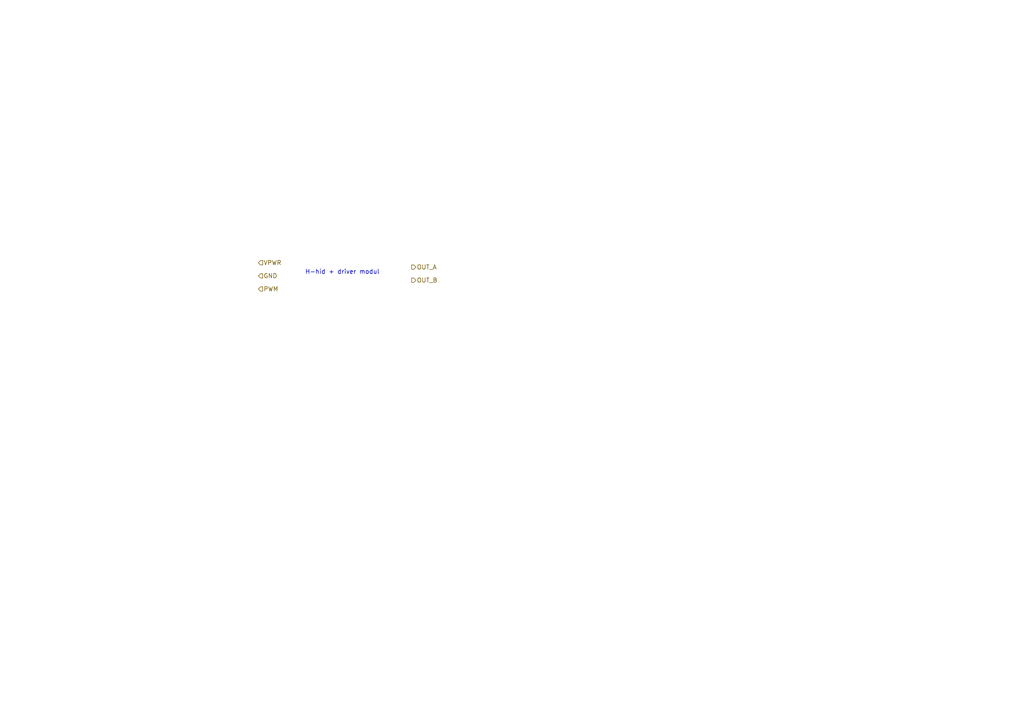
<source format=kicad_sch>
(kicad_sch
	(version 20250114)
	(generator "eeschema")
	(generator_version "9.0")
	(uuid "6545588a-7d2b-471c-b120-cc397ea878c2")
	(paper "A4")
	(lib_symbols)
	(text "H-híd + driver modul"
		(exclude_from_sim no)
		(at 99.314 78.994 0)
		(effects
			(font
				(size 1.27 1.27)
			)
		)
		(uuid "7f606547-cda6-40a1-b352-eaead95a03f0")
	)
	(hierarchical_label "PWM"
		(shape input)
		(at 74.93 83.82 0)
		(effects
			(font
				(size 1.27 1.27)
			)
			(justify left)
		)
		(uuid "1fe58ab4-fd0b-4466-b1c8-292ec255aee2")
	)
	(hierarchical_label "VPWR"
		(shape input)
		(at 74.93 76.2 0)
		(effects
			(font
				(size 1.27 1.27)
			)
			(justify left)
		)
		(uuid "2051e108-c4b0-4d0b-9ba9-16a8cac6af13")
	)
	(hierarchical_label "OUT_A"
		(shape output)
		(at 119.38 77.47 0)
		(effects
			(font
				(size 1.27 1.27)
			)
			(justify left)
		)
		(uuid "a4553cc3-138f-4baf-aece-47f99f57de50")
	)
	(hierarchical_label "GND"
		(shape input)
		(at 74.93 80.01 0)
		(effects
			(font
				(size 1.27 1.27)
			)
			(justify left)
		)
		(uuid "d3df861f-441d-41ed-933a-2bb7a371229a")
	)
	(hierarchical_label "OUT_B"
		(shape output)
		(at 119.38 81.28 0)
		(effects
			(font
				(size 1.27 1.27)
			)
			(justify left)
		)
		(uuid "df8e0dcc-cbd5-400c-908f-59d2f195efa9")
	)
)

</source>
